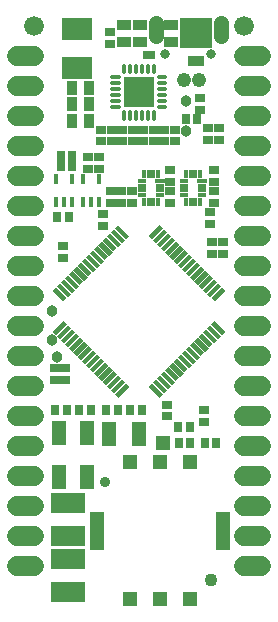
<source format=gbs>
G75*
%MOIN*%
%OFA0B0*%
%FSLAX25Y25*%
%IPPOS*%
%LPD*%
%AMOC8*
5,1,8,0,0,1.08239X$1,22.5*
%
%ADD10R,0.04800X0.04800*%
%ADD11R,0.04000X0.03000*%
%ADD12R,0.03200X0.02600*%
%ADD13C,0.05131*%
%ADD14C,0.03162*%
%ADD15C,0.06600*%
%ADD16R,0.04737X0.05131*%
%ADD17R,0.04737X0.12611*%
%ADD18C,0.03556*%
%ADD19C,0.04343*%
%ADD20R,0.01772X0.03543*%
%ADD21R,0.02600X0.03200*%
%ADD22R,0.02953X0.01181*%
%ADD23R,0.01181X0.02953*%
%ADD24R,0.03346X0.01181*%
%ADD25R,0.05131X0.08280*%
%ADD26R,0.01575X0.05118*%
%ADD27C,0.01457*%
%ADD28R,0.10236X0.10236*%
%ADD29R,0.05800X0.03800*%
%ADD30R,0.10500X0.10000*%
%ADD31R,0.09855X0.07296*%
%ADD32R,0.04900X0.03600*%
%ADD33R,0.03600X0.04900*%
%ADD34C,0.04762*%
%ADD35C,0.06600*%
%ADD36C,0.03800*%
%ADD37R,0.11430X0.07099*%
D10*
X0085663Y0062186D03*
D11*
X0081163Y0191686D03*
D12*
X0068163Y0195286D03*
X0068163Y0199086D03*
X0098163Y0177086D03*
X0098163Y0173286D03*
X0100663Y0167086D03*
X0104363Y0167086D03*
X0104363Y0163286D03*
X0100663Y0163286D03*
X0089663Y0162786D03*
X0086163Y0162786D03*
X0082663Y0162786D03*
X0079163Y0162786D03*
X0075663Y0162786D03*
X0072163Y0162786D03*
X0068663Y0162786D03*
X0065163Y0162786D03*
X0065163Y0166586D03*
X0068663Y0166586D03*
X0072163Y0166586D03*
X0075663Y0166586D03*
X0079163Y0166586D03*
X0082663Y0166586D03*
X0086163Y0166586D03*
X0089663Y0166586D03*
X0064263Y0157486D03*
X0060763Y0157486D03*
X0060763Y0153686D03*
X0064263Y0153686D03*
X0068263Y0146086D03*
X0071763Y0146086D03*
X0075263Y0146086D03*
X0075263Y0142286D03*
X0071763Y0142286D03*
X0068263Y0142286D03*
X0065663Y0138386D03*
X0065663Y0134586D03*
X0052363Y0127786D03*
X0052363Y0123986D03*
X0088163Y0142286D03*
X0088163Y0146086D03*
X0088163Y0149286D03*
X0088163Y0153086D03*
X0102663Y0153086D03*
X0102663Y0149286D03*
X0102663Y0146086D03*
X0102663Y0142286D03*
X0101363Y0139086D03*
X0101363Y0135286D03*
X0102163Y0129086D03*
X0105663Y0129086D03*
X0105663Y0125286D03*
X0102163Y0125286D03*
X0053163Y0087086D03*
X0049663Y0087086D03*
X0049663Y0083286D03*
X0053163Y0083286D03*
X0087063Y0074886D03*
X0087063Y0071086D03*
X0099363Y0069286D03*
X0099363Y0073086D03*
D13*
X0105089Y0198021D02*
X0105089Y0202352D01*
X0083238Y0202352D02*
X0083238Y0198021D01*
D14*
X0086486Y0191919D03*
X0101841Y0191919D03*
D15*
X0042663Y0021186D02*
X0036863Y0021186D01*
X0036863Y0031186D02*
X0042663Y0031186D01*
X0042663Y0041186D02*
X0036863Y0041186D01*
X0036863Y0051186D02*
X0042663Y0051186D01*
X0042663Y0061186D02*
X0036863Y0061186D01*
X0036863Y0071186D02*
X0042663Y0071186D01*
X0042663Y0081186D02*
X0036863Y0081186D01*
X0036863Y0091186D02*
X0042663Y0091186D01*
X0042663Y0101186D02*
X0036863Y0101186D01*
X0036863Y0111186D02*
X0042663Y0111186D01*
X0042663Y0121186D02*
X0036863Y0121186D01*
X0036863Y0131186D02*
X0042663Y0131186D01*
X0042663Y0141186D02*
X0036863Y0141186D01*
X0036863Y0151186D02*
X0042663Y0151186D01*
X0042663Y0161186D02*
X0036863Y0161186D01*
X0036863Y0171186D02*
X0042663Y0171186D01*
X0042663Y0181186D02*
X0036863Y0181186D01*
X0036863Y0191186D02*
X0042663Y0191186D01*
X0112663Y0191186D02*
X0118463Y0191186D01*
X0118463Y0181186D02*
X0112663Y0181186D01*
X0112663Y0171186D02*
X0118463Y0171186D01*
X0118463Y0161186D02*
X0112663Y0161186D01*
X0112663Y0151186D02*
X0118463Y0151186D01*
X0118463Y0141186D02*
X0112663Y0141186D01*
X0112663Y0131186D02*
X0118463Y0131186D01*
X0118463Y0121186D02*
X0112663Y0121186D01*
X0112663Y0111186D02*
X0118463Y0111186D01*
X0118463Y0101186D02*
X0112663Y0101186D01*
X0112663Y0091186D02*
X0118463Y0091186D01*
X0118463Y0081186D02*
X0112663Y0081186D01*
X0112663Y0071186D02*
X0118463Y0071186D01*
X0118463Y0061186D02*
X0112663Y0061186D01*
X0112663Y0051186D02*
X0118463Y0051186D01*
X0118463Y0041186D02*
X0112663Y0041186D01*
X0112663Y0031186D02*
X0118463Y0031186D01*
X0118463Y0021186D02*
X0112663Y0021186D01*
D16*
X0094663Y0010052D03*
X0084663Y0010052D03*
X0074663Y0010052D03*
X0074663Y0055721D03*
X0084663Y0055721D03*
X0094663Y0055721D03*
D17*
X0105530Y0032886D03*
X0063797Y0032886D03*
D18*
X0066356Y0049225D03*
D19*
X0101789Y0016548D03*
D20*
X0064223Y0142646D03*
X0061663Y0142646D03*
X0059104Y0142646D03*
X0055223Y0142646D03*
X0052663Y0142646D03*
X0050104Y0142646D03*
X0050104Y0150126D03*
X0055223Y0150126D03*
X0059104Y0150126D03*
X0064223Y0150126D03*
D21*
X0055463Y0154386D03*
X0051663Y0154386D03*
X0051663Y0157986D03*
X0055463Y0157986D03*
X0093263Y0170086D03*
X0097063Y0170086D03*
X0054263Y0137586D03*
X0050463Y0137586D03*
X0049763Y0073186D03*
X0053563Y0073186D03*
X0057763Y0073186D03*
X0061563Y0073186D03*
X0066763Y0073186D03*
X0070563Y0073186D03*
X0074763Y0073186D03*
X0078563Y0073186D03*
X0090763Y0067686D03*
X0094563Y0067686D03*
X0094663Y0062086D03*
X0090863Y0062086D03*
X0099663Y0062086D03*
X0103463Y0062086D03*
D22*
X0098734Y0144824D03*
X0098734Y0146399D03*
X0098734Y0147974D03*
X0092593Y0147974D03*
X0092593Y0149549D03*
X0092593Y0146399D03*
X0092593Y0144824D03*
X0084734Y0144824D03*
X0084734Y0146399D03*
X0084734Y0147974D03*
X0078593Y0147974D03*
X0078593Y0149549D03*
X0078593Y0146399D03*
X0078593Y0144824D03*
D23*
X0079301Y0142541D03*
X0080876Y0142541D03*
X0082451Y0142541D03*
X0084026Y0142541D03*
X0093301Y0142541D03*
X0094876Y0142541D03*
X0096451Y0142541D03*
X0098026Y0142541D03*
X0098026Y0151832D03*
X0096451Y0151832D03*
X0094876Y0151832D03*
X0093301Y0151832D03*
X0084026Y0151832D03*
X0082451Y0151832D03*
X0080876Y0151832D03*
X0079301Y0151832D03*
D24*
X0084537Y0149549D03*
X0098537Y0149549D03*
D25*
X0077585Y0065186D03*
X0067742Y0065186D03*
X0060191Y0065470D03*
X0051136Y0065470D03*
X0051136Y0050903D03*
X0060191Y0050903D03*
D26*
G36*
X0070844Y0077374D02*
X0069731Y0078487D01*
X0073348Y0082104D01*
X0074461Y0080991D01*
X0070844Y0077374D01*
G37*
G36*
X0069452Y0078766D02*
X0068339Y0079879D01*
X0071956Y0083496D01*
X0073069Y0082383D01*
X0069452Y0078766D01*
G37*
G36*
X0068060Y0080158D02*
X0066947Y0081271D01*
X0070564Y0084888D01*
X0071677Y0083775D01*
X0068060Y0080158D01*
G37*
G36*
X0066668Y0081550D02*
X0065555Y0082663D01*
X0069172Y0086280D01*
X0070285Y0085167D01*
X0066668Y0081550D01*
G37*
G36*
X0065276Y0082942D02*
X0064163Y0084055D01*
X0067780Y0087672D01*
X0068893Y0086559D01*
X0065276Y0082942D01*
G37*
G36*
X0063884Y0084334D02*
X0062771Y0085447D01*
X0066388Y0089064D01*
X0067501Y0087951D01*
X0063884Y0084334D01*
G37*
G36*
X0062492Y0085726D02*
X0061379Y0086839D01*
X0064996Y0090456D01*
X0066109Y0089343D01*
X0062492Y0085726D01*
G37*
G36*
X0061100Y0087118D02*
X0059987Y0088231D01*
X0063604Y0091848D01*
X0064717Y0090735D01*
X0061100Y0087118D01*
G37*
G36*
X0059708Y0088510D02*
X0058595Y0089623D01*
X0062212Y0093240D01*
X0063325Y0092127D01*
X0059708Y0088510D01*
G37*
G36*
X0058316Y0089902D02*
X0057203Y0091015D01*
X0060820Y0094632D01*
X0061933Y0093519D01*
X0058316Y0089902D01*
G37*
G36*
X0056924Y0091294D02*
X0055811Y0092407D01*
X0059428Y0096024D01*
X0060541Y0094911D01*
X0056924Y0091294D01*
G37*
G36*
X0055532Y0092686D02*
X0054419Y0093799D01*
X0058036Y0097416D01*
X0059149Y0096303D01*
X0055532Y0092686D01*
G37*
G36*
X0054140Y0094078D02*
X0053027Y0095191D01*
X0056644Y0098808D01*
X0057757Y0097695D01*
X0054140Y0094078D01*
G37*
G36*
X0052748Y0095470D02*
X0051635Y0096583D01*
X0055252Y0100200D01*
X0056365Y0099087D01*
X0052748Y0095470D01*
G37*
G36*
X0051357Y0096862D02*
X0050244Y0097975D01*
X0053861Y0101592D01*
X0054974Y0100479D01*
X0051357Y0096862D01*
G37*
G36*
X0049965Y0098254D02*
X0048852Y0099367D01*
X0052469Y0102984D01*
X0053582Y0101871D01*
X0049965Y0098254D01*
G37*
G36*
X0053582Y0110502D02*
X0052469Y0109389D01*
X0048852Y0113006D01*
X0049965Y0114119D01*
X0053582Y0110502D01*
G37*
G36*
X0054974Y0111894D02*
X0053861Y0110781D01*
X0050244Y0114398D01*
X0051357Y0115511D01*
X0054974Y0111894D01*
G37*
G36*
X0056365Y0113286D02*
X0055252Y0112173D01*
X0051635Y0115790D01*
X0052748Y0116903D01*
X0056365Y0113286D01*
G37*
G36*
X0057757Y0114678D02*
X0056644Y0113565D01*
X0053027Y0117182D01*
X0054140Y0118295D01*
X0057757Y0114678D01*
G37*
G36*
X0059149Y0116070D02*
X0058036Y0114957D01*
X0054419Y0118574D01*
X0055532Y0119687D01*
X0059149Y0116070D01*
G37*
G36*
X0060541Y0117462D02*
X0059428Y0116349D01*
X0055811Y0119966D01*
X0056924Y0121079D01*
X0060541Y0117462D01*
G37*
G36*
X0061933Y0118854D02*
X0060820Y0117741D01*
X0057203Y0121358D01*
X0058316Y0122471D01*
X0061933Y0118854D01*
G37*
G36*
X0063325Y0120246D02*
X0062212Y0119133D01*
X0058595Y0122750D01*
X0059708Y0123863D01*
X0063325Y0120246D01*
G37*
G36*
X0064717Y0121638D02*
X0063604Y0120525D01*
X0059987Y0124142D01*
X0061100Y0125255D01*
X0064717Y0121638D01*
G37*
G36*
X0066109Y0123030D02*
X0064996Y0121917D01*
X0061379Y0125534D01*
X0062492Y0126647D01*
X0066109Y0123030D01*
G37*
G36*
X0067501Y0124422D02*
X0066388Y0123309D01*
X0062771Y0126926D01*
X0063884Y0128039D01*
X0067501Y0124422D01*
G37*
G36*
X0068893Y0125813D02*
X0067780Y0124700D01*
X0064163Y0128317D01*
X0065276Y0129430D01*
X0068893Y0125813D01*
G37*
G36*
X0070285Y0127205D02*
X0069172Y0126092D01*
X0065555Y0129709D01*
X0066668Y0130822D01*
X0070285Y0127205D01*
G37*
G36*
X0071677Y0128597D02*
X0070564Y0127484D01*
X0066947Y0131101D01*
X0068060Y0132214D01*
X0071677Y0128597D01*
G37*
G36*
X0073069Y0129989D02*
X0071956Y0128876D01*
X0068339Y0132493D01*
X0069452Y0133606D01*
X0073069Y0129989D01*
G37*
G36*
X0074461Y0131381D02*
X0073348Y0130268D01*
X0069731Y0133885D01*
X0070844Y0134998D01*
X0074461Y0131381D01*
G37*
G36*
X0081979Y0130268D02*
X0080866Y0131381D01*
X0084483Y0134998D01*
X0085596Y0133885D01*
X0081979Y0130268D01*
G37*
G36*
X0083371Y0128876D02*
X0082258Y0129989D01*
X0085875Y0133606D01*
X0086988Y0132493D01*
X0083371Y0128876D01*
G37*
G36*
X0084763Y0127484D02*
X0083650Y0128597D01*
X0087267Y0132214D01*
X0088380Y0131101D01*
X0084763Y0127484D01*
G37*
G36*
X0086155Y0126092D02*
X0085042Y0127205D01*
X0088659Y0130822D01*
X0089772Y0129709D01*
X0086155Y0126092D01*
G37*
G36*
X0087547Y0124700D02*
X0086434Y0125813D01*
X0090051Y0129430D01*
X0091164Y0128317D01*
X0087547Y0124700D01*
G37*
G36*
X0088939Y0123309D02*
X0087826Y0124422D01*
X0091443Y0128039D01*
X0092556Y0126926D01*
X0088939Y0123309D01*
G37*
G36*
X0090331Y0121917D02*
X0089218Y0123030D01*
X0092835Y0126647D01*
X0093948Y0125534D01*
X0090331Y0121917D01*
G37*
G36*
X0091723Y0120525D02*
X0090610Y0121638D01*
X0094227Y0125255D01*
X0095340Y0124142D01*
X0091723Y0120525D01*
G37*
G36*
X0093115Y0119133D02*
X0092002Y0120246D01*
X0095619Y0123863D01*
X0096732Y0122750D01*
X0093115Y0119133D01*
G37*
G36*
X0094507Y0117741D02*
X0093394Y0118854D01*
X0097011Y0122471D01*
X0098124Y0121358D01*
X0094507Y0117741D01*
G37*
G36*
X0095899Y0116349D02*
X0094786Y0117462D01*
X0098403Y0121079D01*
X0099516Y0119966D01*
X0095899Y0116349D01*
G37*
G36*
X0097291Y0114957D02*
X0096178Y0116070D01*
X0099795Y0119687D01*
X0100908Y0118574D01*
X0097291Y0114957D01*
G37*
G36*
X0098683Y0113565D02*
X0097570Y0114678D01*
X0101187Y0118295D01*
X0102300Y0117182D01*
X0098683Y0113565D01*
G37*
G36*
X0100075Y0112173D02*
X0098962Y0113286D01*
X0102579Y0116903D01*
X0103692Y0115790D01*
X0100075Y0112173D01*
G37*
G36*
X0101466Y0110781D02*
X0100353Y0111894D01*
X0103970Y0115511D01*
X0105083Y0114398D01*
X0101466Y0110781D01*
G37*
G36*
X0102858Y0109389D02*
X0101745Y0110502D01*
X0105362Y0114119D01*
X0106475Y0113006D01*
X0102858Y0109389D01*
G37*
G36*
X0106475Y0099367D02*
X0105362Y0098254D01*
X0101745Y0101871D01*
X0102858Y0102984D01*
X0106475Y0099367D01*
G37*
G36*
X0105083Y0097975D02*
X0103970Y0096862D01*
X0100353Y0100479D01*
X0101466Y0101592D01*
X0105083Y0097975D01*
G37*
G36*
X0103692Y0096583D02*
X0102579Y0095470D01*
X0098962Y0099087D01*
X0100075Y0100200D01*
X0103692Y0096583D01*
G37*
G36*
X0102300Y0095191D02*
X0101187Y0094078D01*
X0097570Y0097695D01*
X0098683Y0098808D01*
X0102300Y0095191D01*
G37*
G36*
X0100908Y0093799D02*
X0099795Y0092686D01*
X0096178Y0096303D01*
X0097291Y0097416D01*
X0100908Y0093799D01*
G37*
G36*
X0099516Y0092407D02*
X0098403Y0091294D01*
X0094786Y0094911D01*
X0095899Y0096024D01*
X0099516Y0092407D01*
G37*
G36*
X0098124Y0091015D02*
X0097011Y0089902D01*
X0093394Y0093519D01*
X0094507Y0094632D01*
X0098124Y0091015D01*
G37*
G36*
X0096732Y0089623D02*
X0095619Y0088510D01*
X0092002Y0092127D01*
X0093115Y0093240D01*
X0096732Y0089623D01*
G37*
G36*
X0095340Y0088231D02*
X0094227Y0087118D01*
X0090610Y0090735D01*
X0091723Y0091848D01*
X0095340Y0088231D01*
G37*
G36*
X0093948Y0086839D02*
X0092835Y0085726D01*
X0089218Y0089343D01*
X0090331Y0090456D01*
X0093948Y0086839D01*
G37*
G36*
X0092556Y0085447D02*
X0091443Y0084334D01*
X0087826Y0087951D01*
X0088939Y0089064D01*
X0092556Y0085447D01*
G37*
G36*
X0091164Y0084055D02*
X0090051Y0082942D01*
X0086434Y0086559D01*
X0087547Y0087672D01*
X0091164Y0084055D01*
G37*
G36*
X0089772Y0082663D02*
X0088659Y0081550D01*
X0085042Y0085167D01*
X0086155Y0086280D01*
X0089772Y0082663D01*
G37*
G36*
X0088380Y0081271D02*
X0087267Y0080158D01*
X0083650Y0083775D01*
X0084763Y0084888D01*
X0088380Y0081271D01*
G37*
G36*
X0086988Y0079879D02*
X0085875Y0078766D01*
X0082258Y0082383D01*
X0083371Y0083496D01*
X0086988Y0079879D01*
G37*
G36*
X0085596Y0078487D02*
X0084483Y0077374D01*
X0080866Y0080991D01*
X0081979Y0082104D01*
X0085596Y0078487D01*
G37*
D27*
X0082585Y0170328D02*
X0082585Y0172493D01*
X0080616Y0172493D02*
X0080616Y0170328D01*
X0078648Y0170328D02*
X0078648Y0172493D01*
X0076679Y0172493D02*
X0076679Y0170328D01*
X0074711Y0170328D02*
X0074711Y0172493D01*
X0072742Y0172493D02*
X0072742Y0170328D01*
X0070971Y0174265D02*
X0068805Y0174265D01*
X0068805Y0176234D02*
X0070971Y0176234D01*
X0070971Y0178202D02*
X0068805Y0178202D01*
X0068805Y0180171D02*
X0070971Y0180171D01*
X0070971Y0182139D02*
X0068805Y0182139D01*
X0068805Y0184108D02*
X0070971Y0184108D01*
X0072742Y0185879D02*
X0072742Y0188045D01*
X0074711Y0188045D02*
X0074711Y0185879D01*
X0076679Y0185879D02*
X0076679Y0188045D01*
X0078648Y0188045D02*
X0078648Y0185879D01*
X0080616Y0185879D02*
X0080616Y0188045D01*
X0082585Y0188045D02*
X0082585Y0185879D01*
X0084356Y0184108D02*
X0086522Y0184108D01*
X0086522Y0182139D02*
X0084356Y0182139D01*
X0084356Y0180171D02*
X0086522Y0180171D01*
X0086522Y0178202D02*
X0084356Y0178202D01*
X0084356Y0176234D02*
X0086522Y0176234D01*
X0086522Y0174265D02*
X0084356Y0174265D01*
D28*
X0077663Y0179186D03*
D29*
X0096663Y0189536D03*
D30*
X0096663Y0198786D03*
D31*
X0057163Y0200182D03*
X0057163Y0187190D03*
D32*
X0072663Y0195736D03*
X0078163Y0195736D03*
X0088463Y0195736D03*
X0088463Y0201636D03*
X0078163Y0201636D03*
X0072663Y0201636D03*
D33*
X0061113Y0180686D03*
X0055213Y0180686D03*
X0055213Y0175186D03*
X0061113Y0175186D03*
X0061113Y0169686D03*
X0055213Y0169686D03*
D34*
X0092663Y0183186D03*
X0097663Y0183186D03*
D35*
X0112663Y0201186D03*
X0042663Y0201186D03*
D36*
X0093463Y0176186D03*
X0093463Y0166186D03*
X0048663Y0106086D03*
X0048563Y0096386D03*
X0050363Y0090986D03*
D37*
X0054163Y0042198D03*
X0054163Y0031175D03*
X0054163Y0023698D03*
X0054163Y0012675D03*
M02*

</source>
